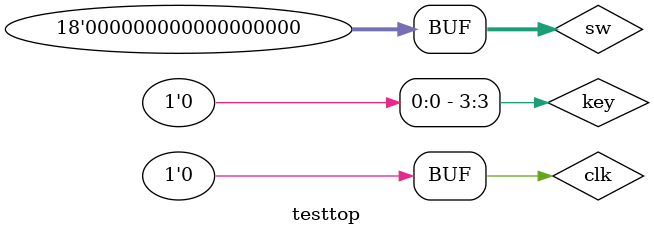
<source format=sv>
module testtop;
    logic clk;
    logic [3:0] key;
    logic [8:0] ledg;
    logic [17:0] ledr;
    logic [6:0] hex0, hex1, hex2, hex3, hex4, hex5, hex6, hex7;
    logic [17:0] sw;

    assign sw = 18'b0;

    simtop dut (.CLOCK_50(clk),
                .CLOCK2_50(clk),
                .CLOCK3_50(clk),
                .LEDG(ledg),
                .LEDR(ledr),
                .KEY(key),
                .HEX0(hex0),
                .HEX1(hex1),
                .HEX2(hex2),
                .HEX3(hex3),
                .HEX4(hex4),
                .HEX5(hex5),
                .HEX6(hex6),
                .HEX7(hex7),
                .SW(sw));

    always begin
        clk=1'b1;
        #5;
        clk=1'b0;
        #5;
    end

    initial begin
        key[3] = 1'b1;
        #7;
        key[3] = 1'b0;
    end

endmodule

</source>
